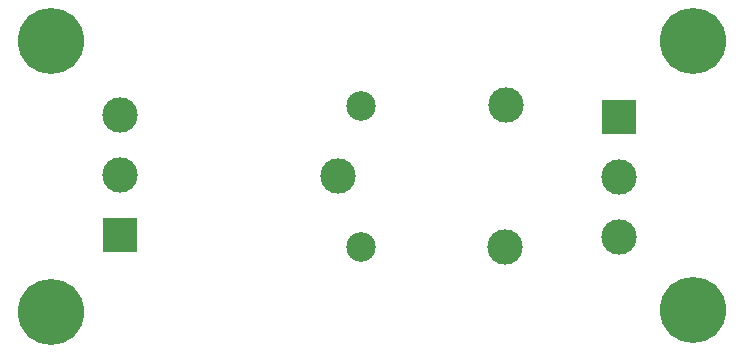
<source format=gbr>
%TF.GenerationSoftware,KiCad,Pcbnew,7.0.10*%
%TF.CreationDate,2025-11-30T12:43:51-05:00*%
%TF.ProjectId,Relay_Helo,52656c61-795f-4486-956c-6f2e6b696361,rev?*%
%TF.SameCoordinates,Original*%
%TF.FileFunction,Soldermask,Bot*%
%TF.FilePolarity,Negative*%
%FSLAX46Y46*%
G04 Gerber Fmt 4.6, Leading zero omitted, Abs format (unit mm)*
G04 Created by KiCad (PCBNEW 7.0.10) date 2025-11-30 12:43:51*
%MOMM*%
%LPD*%
G01*
G04 APERTURE LIST*
%ADD10R,3.000000X3.000000*%
%ADD11C,3.000000*%
%ADD12C,5.600000*%
%ADD13C,2.500000*%
G04 APERTURE END LIST*
D10*
%TO.C,J1*%
X123840000Y-80490000D03*
D11*
X123840000Y-75410000D03*
X123840000Y-70330000D03*
%TD*%
D12*
%TO.C,REF\u002A\u002A*%
X172380000Y-64100000D03*
%TD*%
%TO.C,REF\u002A\u002A*%
X118000000Y-64100000D03*
%TD*%
D10*
%TO.C,J2*%
X166090000Y-70490000D03*
D11*
X166090000Y-75570000D03*
X166090000Y-80650000D03*
%TD*%
D12*
%TO.C,REF\u002A\u002A*%
X118000000Y-87000000D03*
%TD*%
%TO.C,REF\u002A\u002A*%
X172380000Y-86860000D03*
%TD*%
D11*
%TO.C,K2*%
X142310000Y-75510000D03*
D13*
X144260000Y-81560000D03*
D11*
X156460000Y-81560000D03*
X156510000Y-69510000D03*
D13*
X144260000Y-69560000D03*
%TD*%
M02*

</source>
